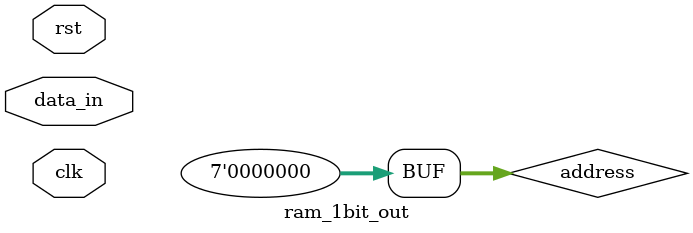
<source format=sv>
module ram_1bit_out (
    input wire      clk,
    input wire      rst,
    input wire      data_in
);
    reg [80:0]  ram ;
    reg [6:0]   address  = 7'b0;

    
    

    // input data based on the address
    always_ff @(posedge clk) begin
        if (rst)
            ram <= 80'd0;
        else
            ram <= ram << 1;
            ram[1] <= data_in;
    end
endmodule

</source>
